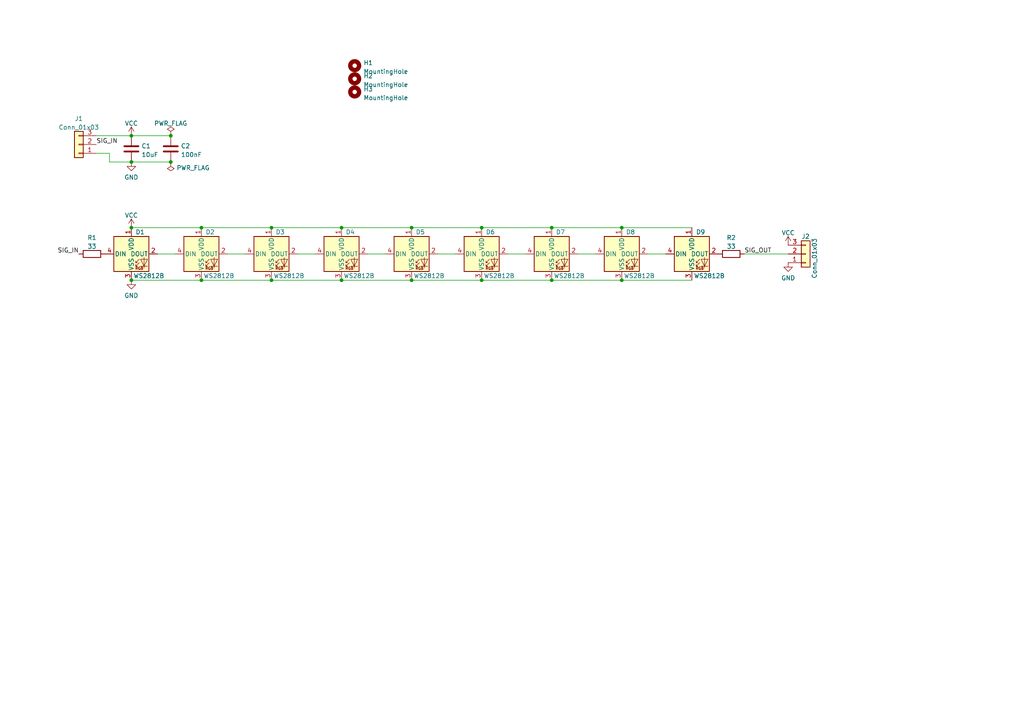
<source format=kicad_sch>
(kicad_sch (version 20211123) (generator eeschema)
  (paper "A4")
  (lib_symbols
    (symbol "Connector_Generic:Conn_01x03" (pin_names (offset 1.016) hide)
      (property "Reference" "J" (at 0 5.08 0))
      (property "Value" "Conn_01x03" (at 0 -5.08 0))
      (symbol "Conn_01x03_1_1"
        (rectangle (start -1.27 -2.413) (end 0 -2.667) (stroke (width 0.1524)))
        (rectangle (start -1.27 0.127) (end 0 -0.127) (stroke (width 0.1524)))
        (rectangle (start -1.27 2.667) (end 0 2.413) (stroke (width 0.1524)))
        (rectangle (start -1.27 3.81) (end 1.27 -3.81) (stroke (width 0.254)) (fill (type background)))
        (pin passive line (at -5.08 2.54 0) (length 3.81) (name "Pin_1") (number "1"))
        (pin passive line (at -5.08 0 0) (length 3.81) (name "Pin_2") (number "2"))
        (pin passive line (at -5.08 -2.54 0) (length 3.81) (name "Pin_3") (number "3"))
      )
    )
    (symbol "Device:C" (pin_numbers hide) (pin_names (offset 0.254))
      (property "Reference" "C" (at 0.635 2.54 0))
      (property "Value" "C" (at 0.635 -2.54 0))
      (symbol "C_0_1"
        (polyline (pts (xy -2.032 -0.762) (xy 2.032 -0.762)) (stroke (width 0.508)))
        (polyline (pts (xy -2.032 0.762) (xy 2.032 0.762)) (stroke (width 0.508)))
      )
      (symbol "C_1_1"
        (pin passive line (at 0 3.81 270) (length 2.794) (name "~") (number "1"))
        (pin passive line (at 0 -3.81 90) (length 2.794) (name "~") (number "2"))
      )
    )
    (symbol "Device:R" (pin_numbers hide) (pin_names (offset 0))
      (property "Reference" "R" (at 2.032 0 90))
      (property "Value" "R" (at 0 0 90))
      (symbol "R_0_1"
        (rectangle (start -1.016 -2.54) (end 1.016 2.54) (stroke (width 0.254)))
      )
      (symbol "R_1_1"
        (pin passive line (at 0 3.81 270) (length 1.27) (name "~") (number "1"))
        (pin passive line (at 0 -3.81 90) (length 1.27) (name "~") (number "2"))
      )
    )
    (symbol "LED:WS2812B" (pin_names (offset 0.254))
      (property "Reference" "D" (at 5.08 5.715 0))
      (property "Value" "WS2812B" (at 1.27 -5.715 0))
      (symbol "WS2812B_0_0"
        (text "RGB" (at 2.286 -4.191 0) (effects (font (size 0.762 0.762))))
      )
      (symbol "WS2812B_0_1"
        (polyline (pts (xy 1.27 -3.556) (xy 1.778 -3.556)))
        (polyline (pts (xy 1.27 -2.54) (xy 1.778 -2.54)))
        (polyline (pts (xy 4.699 -3.556) (xy 2.667 -3.556)))
        (polyline (pts (xy 2.286 -2.54) (xy 1.27 -3.556) (xy 1.27 -3.048)))
        (polyline (pts (xy 2.286 -1.524) (xy 1.27 -2.54) (xy 1.27 -2.032)))
        (polyline (pts (xy 3.683 -1.016) (xy 3.683 -3.556) (xy 3.683 -4.064)))
        (polyline (pts (xy 4.699 -1.524) (xy 2.667 -1.524) (xy 3.683 -3.556) (xy 4.699 -1.524)))
        (rectangle (start 5.08 5.08) (end -5.08 -5.08) (stroke (width 0.254)) (fill (type background)))
      )
      (symbol "WS2812B_1_1"
        (pin power_in line (at 0 7.62 270) (length 2.54) (name "VDD") (number "1"))
        (pin output line (at 7.62 0 180) (length 2.54) (name "DOUT") (number "2"))
        (pin power_in line (at 0 -7.62 90) (length 2.54) (name "VSS") (number "3"))
        (pin input line (at -7.62 0 0) (length 2.54) (name "DIN") (number "4"))
      )
    )
    (symbol "Mechanical:MountingHole" (pin_names (offset 1.016))
      (property "Reference" "H" (at 0 5.08 0))
      (property "Value" "MountingHole" (at 0 3.175 0))
      (symbol "MountingHole_0_1"
        (circle (center 0 0) (radius 1.27) (stroke (width 1.27)))
      )
    )
    (symbol "power:GND" (power) (pin_names (offset 0))
      (property "Value" "GND" (at 0 -3.81 0))
      (symbol "GND_0_1"
        (polyline (pts (xy 0 0) (xy 0 -1.27) (xy 1.27 -1.27) (xy 0 -2.54) (xy -1.27 -1.27) (xy 0 -1.27)))
      )
      (symbol "GND_1_1"
        (pin power_in line (at 0 0 270) (length 0) hide (name "GND") (number "1"))
      )
    )
    (symbol "power:PWR_FLAG" (power) (pin_numbers hide) (pin_names (offset 0) hide)
      (property "Value" "PWR_FLAG" (at 0 3.81 0))
      (symbol "PWR_FLAG_0_0"
        (pin power_out line (at 0 0 90) (length 0) (name "pwr") (number "1"))
      )
      (symbol "PWR_FLAG_0_1"
        (polyline (pts (xy 0 0) (xy 0 1.27) (xy -1.016 1.905) (xy 0 2.54) (xy 1.016 1.905) (xy 0 1.27)))
      )
    )
    (symbol "power:VCC" (power) (pin_names (offset 0))
      (property "Value" "VCC" (at 0 3.81 0))
      (symbol "VCC_0_1"
        (polyline (pts (xy -0.762 1.27) (xy 0 2.54)))
        (polyline (pts (xy 0 0) (xy 0 2.54)))
        (polyline (pts (xy 0 2.54) (xy 0.762 1.27)))
      )
      (symbol "VCC_1_1"
        (pin power_in line (at 0 0 90) (length 0) hide (name "VCC") (number "1"))
      )
    )
  )
  (junction (at 99.06 66.04))
  (junction (at 58.42 81.28))
  (junction (at 119.38 66.04))
  (junction (at 38.1 81.28))
  (junction (at 160.02 81.28))
  (junction (at 58.42 66.04))
  (junction (at 38.1 66.04))
  (junction (at 160.02 66.04))
  (junction (at 180.34 81.28))
  (junction (at 38.1 46.99))
  (junction (at 139.7 81.28))
  (junction (at 49.53 39.37))
  (junction (at 180.34 66.04))
  (junction (at 78.74 66.04))
  (junction (at 99.06 81.28))
  (junction (at 139.7 66.04))
  (junction (at 38.1 39.37))
  (junction (at 78.74 81.28))
  (junction (at 119.38 81.28))
  (junction (at 49.53 46.99))
  (wire (pts (xy 147.32 73.66) (xy 152.4 73.66)))
  (wire (pts (xy 160.02 81.28) (xy 180.34 81.28)))
  (wire (pts (xy 106.68 73.66) (xy 111.76 73.66)))
  (wire (pts (xy 99.06 66.04) (xy 119.38 66.04)))
  (wire (pts (xy 160.02 66.04) (xy 180.34 66.04)))
  (wire (pts (xy 180.34 66.04) (xy 200.66 66.04)))
  (wire (pts (xy 180.34 81.28) (xy 200.66 81.28)))
  (wire (pts (xy 119.38 81.28) (xy 139.7 81.28)))
  (wire (pts (xy 139.7 66.04) (xy 160.02 66.04)))
  (wire (pts (xy 27.94 39.37) (xy 38.1 39.37)))
  (wire (pts (xy 38.1 66.04) (xy 58.42 66.04)))
  (wire (pts (xy 58.42 81.28) (xy 78.74 81.28)))
  (wire (pts (xy 86.36 73.66) (xy 91.44 73.66)))
  (wire (pts (xy 31.75 46.99) (xy 31.75 44.45)))
  (wire (pts (xy 78.74 81.28) (xy 99.06 81.28)))
  (wire (pts (xy 215.9 73.66) (xy 228.6 73.66)))
  (wire (pts (xy 187.96 73.66) (xy 193.04 73.66)))
  (wire (pts (xy 167.64 73.66) (xy 172.72 73.66)))
  (wire (pts (xy 38.1 46.99) (xy 49.53 46.99)))
  (wire (pts (xy 38.1 81.28) (xy 58.42 81.28)))
  (wire (pts (xy 78.74 66.04) (xy 99.06 66.04)))
  (wire (pts (xy 127 73.66) (xy 132.08 73.66)))
  (wire (pts (xy 38.1 39.37) (xy 49.53 39.37)))
  (wire (pts (xy 45.72 73.66) (xy 50.8 73.66)))
  (wire (pts (xy 31.75 44.45) (xy 27.94 44.45)))
  (wire (pts (xy 58.42 66.04) (xy 78.74 66.04)))
  (wire (pts (xy 139.7 81.28) (xy 160.02 81.28)))
  (wire (pts (xy 119.38 66.04) (xy 139.7 66.04)))
  (wire (pts (xy 99.06 81.28) (xy 119.38 81.28)))
  (wire (pts (xy 66.04 73.66) (xy 71.12 73.66)))
  (wire (pts (xy 38.1 46.99) (xy 31.75 46.99)))
  (label "SIG_OUT" (at 215.9 73.66 0))
  (label "SIG_IN" (at 27.94 41.91 0))
  (label "SIG_IN" (at 22.86 73.66 180))
  (symbol (lib_id "LED:WS2812B") (at 99.06 73.66 0) (unit 1)
    (property "Reference" "D4" (at 101.6 67.31 0))
    (property "Value" "WS2812B" (at 104.14 80.01 0))
    (property "Footprint" "LED_SMD:LED_WS2812B_PLCC4_5.0x5.0mm_P3.2mm" (effects hide))
    (property "Datasheet" "https://cdn-shop.adafruit.com/datasheets/WS2812B.pdf" (effects hide))
    (property "LCSC" "C2761796" (effects hide))
  )
  (symbol (lib_id "power:VCC") (at 38.1 39.37 0) (unit 1)
    (property "Reference" "#PWR01" (effects hide))
    (property "Value" "VCC" (at 38.1 35.7942 0))
  )
  (symbol (lib_id "power:VCC") (at 228.6 71.12 0) (unit 1)
    (property "Reference" "#PWR05" (effects hide))
    (property "Value" "VCC" (at 228.6 67.5442 0))
  )
  (symbol (lib_id "power:PWR_FLAG") (at 49.53 39.37 0) (unit 1)
    (property "Reference" "#FLG01" (effects hide))
    (property "Value" "PWR_FLAG" (at 49.53 35.7942 0))
  )
  (symbol (lib_id "LED:WS2812B") (at 119.38 73.66 0) (unit 1)
    (property "Reference" "D5" (at 121.92 67.31 0))
    (property "Value" "WS2812B" (at 124.46 80.01 0))
    (property "Footprint" "LED_SMD:LED_WS2812B_PLCC4_5.0x5.0mm_P3.2mm" (effects hide))
    (property "Datasheet" "https://cdn-shop.adafruit.com/datasheets/WS2812B.pdf" (effects hide))
    (property "LCSC" "C2761796" (effects hide))
  )
  (symbol (lib_id "LED:WS2812B") (at 38.1 73.66 0) (unit 1)
    (property "Reference" "D1" (at 40.64 67.31 0))
    (property "Value" "WS2812B" (at 43.18 80.01 0))
    (property "Footprint" "LED_SMD:LED_WS2812B_PLCC4_5.0x5.0mm_P3.2mm" (effects hide))
    (property "Datasheet" "https://cdn-shop.adafruit.com/datasheets/WS2812B.pdf" (effects hide))
    (property "LCSC" "C2761796" (effects hide))
  )
  (symbol (lib_id "LED:WS2812B") (at 200.66 73.66 0) (unit 1)
    (property "Reference" "D9" (at 203.2 67.31 0))
    (property "Value" "WS2812B" (at 205.74 80.01 0))
    (property "Footprint" "LED_SMD:LED_WS2812B_PLCC4_5.0x5.0mm_P3.2mm" (effects hide))
    (property "Datasheet" "https://cdn-shop.adafruit.com/datasheets/WS2812B.pdf" (effects hide))
    (property "LCSC" "C2761796" (effects hide))
  )
  (symbol (lib_id "power:VCC") (at 38.1 66.04 0) (unit 1)
    (property "Reference" "#PWR03" (effects hide))
    (property "Value" "VCC" (at 38.1 62.4642 0))
  )
  (symbol (lib_id "LED:WS2812B") (at 58.42 73.66 0) (unit 1)
    (property "Reference" "D2" (at 60.96 67.31 0))
    (property "Value" "WS2812B" (at 63.5 80.01 0))
    (property "Footprint" "LED_SMD:LED_WS2812B_PLCC4_5.0x5.0mm_P3.2mm" (effects hide))
    (property "Datasheet" "https://cdn-shop.adafruit.com/datasheets/WS2812B.pdf" (effects hide))
    (property "LCSC" "C2761796" (effects hide))
  )
  (symbol (lib_id "LED:WS2812B") (at 180.34 73.66 0) (unit 1)
    (property "Reference" "D8" (at 182.88 67.31 0))
    (property "Value" "WS2812B" (at 185.42 80.01 0))
    (property "Footprint" "LED_SMD:LED_WS2812B_PLCC4_5.0x5.0mm_P3.2mm" (effects hide))
    (property "Datasheet" "https://cdn-shop.adafruit.com/datasheets/WS2812B.pdf" (effects hide))
    (property "LCSC" "C2761796" (effects hide))
  )
  (symbol (lib_id "Device:C") (at 49.53 43.18 0) (unit 1)
    (property "Reference" "C2" (at 52.451 42.3453 0) (effects (justify left)))
    (property "Value" "100nF" (at 52.451 44.8822 0) (effects (justify left)))
    (property "Footprint" "Capacitor_SMD:C_0402_1005Metric" (effects hide))
    (property "LCSC" "C307331" (effects hide))
  )
  (symbol (lib_id "LED:WS2812B") (at 160.02 73.66 0) (unit 1)
    (property "Reference" "D7" (at 162.56 67.31 0))
    (property "Value" "WS2812B" (at 165.1 80.01 0))
    (property "Footprint" "LED_SMD:LED_WS2812B_PLCC4_5.0x5.0mm_P3.2mm" (effects hide))
    (property "Datasheet" "https://cdn-shop.adafruit.com/datasheets/WS2812B.pdf" (effects hide))
    (property "LCSC" "C2761796" (effects hide))
  )
  (symbol (lib_id "Connector_Generic:Conn_01x03") (at 233.68 73.66 0) (mirror x) (unit 1)
    (property "Reference" "J2" (at 233.68 68.58 0))
    (property "Value" "Conn_01x03" (at 236.22 74.93 90))
    (property "Footprint" "Connector_PinHeader_2.54mm:PinHeader_1x03_P2.54mm_Vertical" (effects hide))
  )
  (symbol (lib_id "Device:R") (at 212.09 73.66 90) (unit 1)
    (property "Reference" "R2" (at 212.09 68.9442 90))
    (property "Value" "33" (at 212.09 71.4811 90))
    (property "Footprint" "Resistor_SMD:R_0603_1608Metric" (effects hide))
    (property "LCSC" "C23140" (effects hide))
  )
  (symbol (lib_id "Device:C") (at 38.1 43.18 0) (unit 1)
    (property "Reference" "C1" (at 41.021 42.3453 0) (effects (justify left)))
    (property "Value" "10uF" (at 41.021 44.8822 0) (effects (justify left)))
    (property "Footprint" "Capacitor_SMD:C_0603_1608Metric" (effects hide))
    (property "LCSC" "C96446" (effects hide))
  )
  (symbol (lib_id "power:GND") (at 38.1 81.28 0) (unit 1)
    (property "Reference" "#PWR04" (effects hide))
    (property "Value" "GND" (at 38.1 85.7234 0))
  )
  (symbol (lib_id "power:PWR_FLAG") (at 49.53 46.99 180) (unit 1)
    (property "Reference" "#FLG02" (effects hide))
    (property "Value" "PWR_FLAG" (at 51.181 48.6938 0) (effects (justify right)))
  )
  (symbol (lib_id "LED:WS2812B") (at 78.74 73.66 0) (unit 1)
    (property "Reference" "D3" (at 81.28 67.31 0))
    (property "Value" "WS2812B" (at 83.82 80.01 0))
    (property "Footprint" "LED_SMD:LED_WS2812B_PLCC4_5.0x5.0mm_P3.2mm" (effects hide))
    (property "Datasheet" "https://cdn-shop.adafruit.com/datasheets/WS2812B.pdf" (effects hide))
    (property "LCSC" "C2761796" (effects hide))
  )
  (symbol (lib_id "Mechanical:MountingHole") (at 102.87 19.05 0) (unit 1)
    (property "Reference" "H1" (at 105.41 18.2153 0) (effects (justify left)))
    (property "Value" "MountingHole" (at 105.41 20.7522 0) (effects (justify left)))
    (property "Footprint" "MountingHole:MountingHole_3.2mm_M3" (effects hide))
  )
  (symbol (lib_id "power:GND") (at 228.6 76.2 0) (unit 1)
    (property "Reference" "#PWR06" (effects hide))
    (property "Value" "GND" (at 228.6 80.6434 0))
  )
  (symbol (lib_id "Device:R") (at 26.67 73.66 90) (unit 1)
    (property "Reference" "R1" (at 26.67 68.9442 90))
    (property "Value" "33" (at 26.67 71.4811 90))
    (property "Footprint" "Resistor_SMD:R_0603_1608Metric" (effects hide))
    (property "LCSC" "C23140" (effects hide))
  )
  (symbol (lib_id "Mechanical:MountingHole") (at 102.87 22.86 0) (unit 1)
    (property "Reference" "H2" (at 105.41 22.0253 0) (effects (justify left)))
    (property "Value" "MountingHole" (at 105.41 24.5622 0) (effects (justify left)))
    (property "Footprint" "MountingHole:MountingHole_3.2mm_M3" (effects hide))
  )
  (symbol (lib_id "Connector_Generic:Conn_01x03") (at 22.86 41.91 180) (unit 1)
    (property "Reference" "J1" (at 22.86 34.4002 0))
    (property "Value" "Conn_01x03" (at 22.86 36.9371 0))
    (property "Footprint" "Connector_PinHeader_2.54mm:PinHeader_1x03_P2.54mm_Vertical" (effects hide))
  )
  (symbol (lib_id "power:GND") (at 38.1 46.99 0) (unit 1)
    (property "Reference" "#PWR02" (effects hide))
    (property "Value" "GND" (at 38.1 51.4334 0))
  )
  (symbol (lib_id "LED:WS2812B") (at 139.7 73.66 0) (unit 1)
    (property "Reference" "D6" (at 142.24 67.31 0))
    (property "Value" "WS2812B" (at 144.78 80.01 0))
    (property "Footprint" "LED_SMD:LED_WS2812B_PLCC4_5.0x5.0mm_P3.2mm" (effects hide))
    (property "Datasheet" "https://cdn-shop.adafruit.com/datasheets/WS2812B.pdf" (effects hide))
    (property "LCSC" "C2761796" (effects hide))
  )
  (symbol (lib_id "Mechanical:MountingHole") (at 102.87 26.67 0) (unit 1)
    (property "Reference" "H3" (at 105.41 25.8353 0) (effects (justify left)))
    (property "Value" "MountingHole" (at 105.41 28.3722 0) (effects (justify left)))
    (property "Footprint" "MountingHole:MountingHole_3.2mm_M3" (effects hide))
  )
)
</source>
